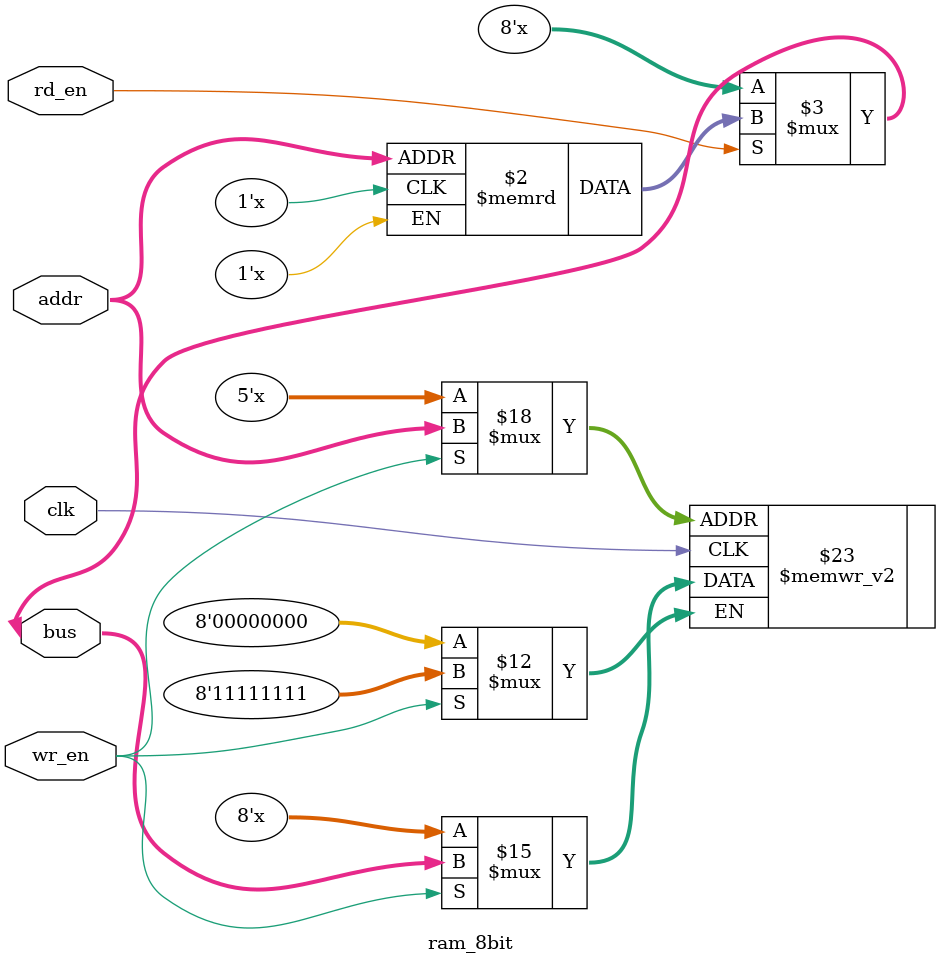
<source format=v>
module ram_8bit
#(parameter WIDTH = 8)
(
	input		wr_en, rd_en, clk,
	input		[(WIDTH / 2):0] addr,		            // 4-bit address select from MAR
	inout		[WIDTH - 1:0] bus		                // 8-bit bidirectional wire to bus
);

reg [WIDTH - 1:0] mem_reg [0:15];		          // Instantiating 8-bit wide memory with 16 addresses

assign bus = (rd_en) ? mem_reg[addr] : 8'bz;	// Tri-state buffer to disconnect bus if read enable is low

always @ (posedge clk)					              // Procedural block begins on posedge clk
	if (wr_en) mem_reg[addr] <= bus;	        	// If write enable is high, store bus values in register
endmodule

</source>
